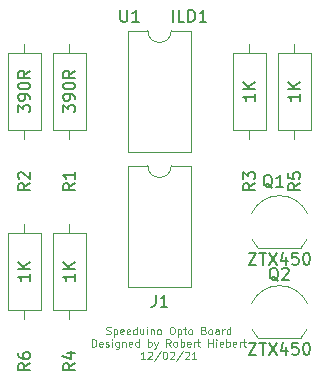
<source format=gbr>
%TF.GenerationSoftware,KiCad,Pcbnew,(5.1.6)-1*%
%TF.CreationDate,2021-12-03T10:29:43-08:00*%
%TF.ProjectId,Speeduino Dual Opto Board,53706565-6475-4696-9e6f-204475616c20,rev?*%
%TF.SameCoordinates,Original*%
%TF.FileFunction,Legend,Top*%
%TF.FilePolarity,Positive*%
%FSLAX46Y46*%
G04 Gerber Fmt 4.6, Leading zero omitted, Abs format (unit mm)*
G04 Created by KiCad (PCBNEW (5.1.6)-1) date 2021-12-03 10:29:43*
%MOMM*%
%LPD*%
G01*
G04 APERTURE LIST*
%ADD10C,0.101600*%
%ADD11C,0.120000*%
%ADD12C,0.150000*%
G04 APERTURE END LIST*
D10*
X154250571Y-92928923D02*
X154341285Y-92959161D01*
X154492476Y-92959161D01*
X154552952Y-92928923D01*
X154583190Y-92898685D01*
X154613428Y-92838209D01*
X154613428Y-92777733D01*
X154583190Y-92717257D01*
X154552952Y-92687019D01*
X154492476Y-92656780D01*
X154371523Y-92626542D01*
X154311047Y-92596304D01*
X154280809Y-92566066D01*
X154250571Y-92505590D01*
X154250571Y-92445114D01*
X154280809Y-92384638D01*
X154311047Y-92354400D01*
X154371523Y-92324161D01*
X154522714Y-92324161D01*
X154613428Y-92354400D01*
X154885571Y-92535828D02*
X154885571Y-93170828D01*
X154885571Y-92566066D02*
X154946047Y-92535828D01*
X155067000Y-92535828D01*
X155127476Y-92566066D01*
X155157714Y-92596304D01*
X155187952Y-92656780D01*
X155187952Y-92838209D01*
X155157714Y-92898685D01*
X155127476Y-92928923D01*
X155067000Y-92959161D01*
X154946047Y-92959161D01*
X154885571Y-92928923D01*
X155702000Y-92928923D02*
X155641523Y-92959161D01*
X155520571Y-92959161D01*
X155460095Y-92928923D01*
X155429857Y-92868447D01*
X155429857Y-92626542D01*
X155460095Y-92566066D01*
X155520571Y-92535828D01*
X155641523Y-92535828D01*
X155702000Y-92566066D01*
X155732238Y-92626542D01*
X155732238Y-92687019D01*
X155429857Y-92747495D01*
X156246285Y-92928923D02*
X156185809Y-92959161D01*
X156064857Y-92959161D01*
X156004380Y-92928923D01*
X155974142Y-92868447D01*
X155974142Y-92626542D01*
X156004380Y-92566066D01*
X156064857Y-92535828D01*
X156185809Y-92535828D01*
X156246285Y-92566066D01*
X156276523Y-92626542D01*
X156276523Y-92687019D01*
X155974142Y-92747495D01*
X156820809Y-92959161D02*
X156820809Y-92324161D01*
X156820809Y-92928923D02*
X156760333Y-92959161D01*
X156639380Y-92959161D01*
X156578904Y-92928923D01*
X156548666Y-92898685D01*
X156518428Y-92838209D01*
X156518428Y-92656780D01*
X156548666Y-92596304D01*
X156578904Y-92566066D01*
X156639380Y-92535828D01*
X156760333Y-92535828D01*
X156820809Y-92566066D01*
X157395333Y-92535828D02*
X157395333Y-92959161D01*
X157123190Y-92535828D02*
X157123190Y-92868447D01*
X157153428Y-92928923D01*
X157213904Y-92959161D01*
X157304619Y-92959161D01*
X157365095Y-92928923D01*
X157395333Y-92898685D01*
X157697714Y-92959161D02*
X157697714Y-92535828D01*
X157697714Y-92324161D02*
X157667476Y-92354400D01*
X157697714Y-92384638D01*
X157727952Y-92354400D01*
X157697714Y-92324161D01*
X157697714Y-92384638D01*
X158000095Y-92535828D02*
X158000095Y-92959161D01*
X158000095Y-92596304D02*
X158030333Y-92566066D01*
X158090809Y-92535828D01*
X158181523Y-92535828D01*
X158242000Y-92566066D01*
X158272238Y-92626542D01*
X158272238Y-92959161D01*
X158665333Y-92959161D02*
X158604857Y-92928923D01*
X158574619Y-92898685D01*
X158544380Y-92838209D01*
X158544380Y-92656780D01*
X158574619Y-92596304D01*
X158604857Y-92566066D01*
X158665333Y-92535828D01*
X158756047Y-92535828D01*
X158816523Y-92566066D01*
X158846761Y-92596304D01*
X158877000Y-92656780D01*
X158877000Y-92838209D01*
X158846761Y-92898685D01*
X158816523Y-92928923D01*
X158756047Y-92959161D01*
X158665333Y-92959161D01*
X159753904Y-92324161D02*
X159874857Y-92324161D01*
X159935333Y-92354400D01*
X159995809Y-92414876D01*
X160026047Y-92535828D01*
X160026047Y-92747495D01*
X159995809Y-92868447D01*
X159935333Y-92928923D01*
X159874857Y-92959161D01*
X159753904Y-92959161D01*
X159693428Y-92928923D01*
X159632952Y-92868447D01*
X159602714Y-92747495D01*
X159602714Y-92535828D01*
X159632952Y-92414876D01*
X159693428Y-92354400D01*
X159753904Y-92324161D01*
X160298190Y-92535828D02*
X160298190Y-93170828D01*
X160298190Y-92566066D02*
X160358666Y-92535828D01*
X160479619Y-92535828D01*
X160540095Y-92566066D01*
X160570333Y-92596304D01*
X160600571Y-92656780D01*
X160600571Y-92838209D01*
X160570333Y-92898685D01*
X160540095Y-92928923D01*
X160479619Y-92959161D01*
X160358666Y-92959161D01*
X160298190Y-92928923D01*
X160782000Y-92535828D02*
X161023904Y-92535828D01*
X160872714Y-92324161D02*
X160872714Y-92868447D01*
X160902952Y-92928923D01*
X160963428Y-92959161D01*
X161023904Y-92959161D01*
X161326285Y-92959161D02*
X161265809Y-92928923D01*
X161235571Y-92898685D01*
X161205333Y-92838209D01*
X161205333Y-92656780D01*
X161235571Y-92596304D01*
X161265809Y-92566066D01*
X161326285Y-92535828D01*
X161417000Y-92535828D01*
X161477476Y-92566066D01*
X161507714Y-92596304D01*
X161537952Y-92656780D01*
X161537952Y-92838209D01*
X161507714Y-92898685D01*
X161477476Y-92928923D01*
X161417000Y-92959161D01*
X161326285Y-92959161D01*
X162505571Y-92626542D02*
X162596285Y-92656780D01*
X162626523Y-92687019D01*
X162656761Y-92747495D01*
X162656761Y-92838209D01*
X162626523Y-92898685D01*
X162596285Y-92928923D01*
X162535809Y-92959161D01*
X162293904Y-92959161D01*
X162293904Y-92324161D01*
X162505571Y-92324161D01*
X162566047Y-92354400D01*
X162596285Y-92384638D01*
X162626523Y-92445114D01*
X162626523Y-92505590D01*
X162596285Y-92566066D01*
X162566047Y-92596304D01*
X162505571Y-92626542D01*
X162293904Y-92626542D01*
X163019619Y-92959161D02*
X162959142Y-92928923D01*
X162928904Y-92898685D01*
X162898666Y-92838209D01*
X162898666Y-92656780D01*
X162928904Y-92596304D01*
X162959142Y-92566066D01*
X163019619Y-92535828D01*
X163110333Y-92535828D01*
X163170809Y-92566066D01*
X163201047Y-92596304D01*
X163231285Y-92656780D01*
X163231285Y-92838209D01*
X163201047Y-92898685D01*
X163170809Y-92928923D01*
X163110333Y-92959161D01*
X163019619Y-92959161D01*
X163775571Y-92959161D02*
X163775571Y-92626542D01*
X163745333Y-92566066D01*
X163684857Y-92535828D01*
X163563904Y-92535828D01*
X163503428Y-92566066D01*
X163775571Y-92928923D02*
X163715095Y-92959161D01*
X163563904Y-92959161D01*
X163503428Y-92928923D01*
X163473190Y-92868447D01*
X163473190Y-92807971D01*
X163503428Y-92747495D01*
X163563904Y-92717257D01*
X163715095Y-92717257D01*
X163775571Y-92687019D01*
X164077952Y-92959161D02*
X164077952Y-92535828D01*
X164077952Y-92656780D02*
X164108190Y-92596304D01*
X164138428Y-92566066D01*
X164198904Y-92535828D01*
X164259380Y-92535828D01*
X164743190Y-92959161D02*
X164743190Y-92324161D01*
X164743190Y-92928923D02*
X164682714Y-92959161D01*
X164561761Y-92959161D01*
X164501285Y-92928923D01*
X164471047Y-92898685D01*
X164440809Y-92838209D01*
X164440809Y-92656780D01*
X164471047Y-92596304D01*
X164501285Y-92566066D01*
X164561761Y-92535828D01*
X164682714Y-92535828D01*
X164743190Y-92566066D01*
X153041047Y-94013261D02*
X153041047Y-93378261D01*
X153192238Y-93378261D01*
X153282952Y-93408500D01*
X153343428Y-93468976D01*
X153373666Y-93529452D01*
X153403904Y-93650404D01*
X153403904Y-93741119D01*
X153373666Y-93862071D01*
X153343428Y-93922547D01*
X153282952Y-93983023D01*
X153192238Y-94013261D01*
X153041047Y-94013261D01*
X153917952Y-93983023D02*
X153857476Y-94013261D01*
X153736523Y-94013261D01*
X153676047Y-93983023D01*
X153645809Y-93922547D01*
X153645809Y-93680642D01*
X153676047Y-93620166D01*
X153736523Y-93589928D01*
X153857476Y-93589928D01*
X153917952Y-93620166D01*
X153948190Y-93680642D01*
X153948190Y-93741119D01*
X153645809Y-93801595D01*
X154190095Y-93983023D02*
X154250571Y-94013261D01*
X154371523Y-94013261D01*
X154432000Y-93983023D01*
X154462238Y-93922547D01*
X154462238Y-93892309D01*
X154432000Y-93831833D01*
X154371523Y-93801595D01*
X154280809Y-93801595D01*
X154220333Y-93771357D01*
X154190095Y-93710880D01*
X154190095Y-93680642D01*
X154220333Y-93620166D01*
X154280809Y-93589928D01*
X154371523Y-93589928D01*
X154432000Y-93620166D01*
X154734380Y-94013261D02*
X154734380Y-93589928D01*
X154734380Y-93378261D02*
X154704142Y-93408500D01*
X154734380Y-93438738D01*
X154764619Y-93408500D01*
X154734380Y-93378261D01*
X154734380Y-93438738D01*
X155308904Y-93589928D02*
X155308904Y-94103976D01*
X155278666Y-94164452D01*
X155248428Y-94194690D01*
X155187952Y-94224928D01*
X155097238Y-94224928D01*
X155036761Y-94194690D01*
X155308904Y-93983023D02*
X155248428Y-94013261D01*
X155127476Y-94013261D01*
X155067000Y-93983023D01*
X155036761Y-93952785D01*
X155006523Y-93892309D01*
X155006523Y-93710880D01*
X155036761Y-93650404D01*
X155067000Y-93620166D01*
X155127476Y-93589928D01*
X155248428Y-93589928D01*
X155308904Y-93620166D01*
X155611285Y-93589928D02*
X155611285Y-94013261D01*
X155611285Y-93650404D02*
X155641523Y-93620166D01*
X155702000Y-93589928D01*
X155792714Y-93589928D01*
X155853190Y-93620166D01*
X155883428Y-93680642D01*
X155883428Y-94013261D01*
X156427714Y-93983023D02*
X156367238Y-94013261D01*
X156246285Y-94013261D01*
X156185809Y-93983023D01*
X156155571Y-93922547D01*
X156155571Y-93680642D01*
X156185809Y-93620166D01*
X156246285Y-93589928D01*
X156367238Y-93589928D01*
X156427714Y-93620166D01*
X156457952Y-93680642D01*
X156457952Y-93741119D01*
X156155571Y-93801595D01*
X157002238Y-94013261D02*
X157002238Y-93378261D01*
X157002238Y-93983023D02*
X156941761Y-94013261D01*
X156820809Y-94013261D01*
X156760333Y-93983023D01*
X156730095Y-93952785D01*
X156699857Y-93892309D01*
X156699857Y-93710880D01*
X156730095Y-93650404D01*
X156760333Y-93620166D01*
X156820809Y-93589928D01*
X156941761Y-93589928D01*
X157002238Y-93620166D01*
X157788428Y-94013261D02*
X157788428Y-93378261D01*
X157788428Y-93620166D02*
X157848904Y-93589928D01*
X157969857Y-93589928D01*
X158030333Y-93620166D01*
X158060571Y-93650404D01*
X158090809Y-93710880D01*
X158090809Y-93892309D01*
X158060571Y-93952785D01*
X158030333Y-93983023D01*
X157969857Y-94013261D01*
X157848904Y-94013261D01*
X157788428Y-93983023D01*
X158302476Y-93589928D02*
X158453666Y-94013261D01*
X158604857Y-93589928D02*
X158453666Y-94013261D01*
X158393190Y-94164452D01*
X158362952Y-94194690D01*
X158302476Y-94224928D01*
X159693428Y-94013261D02*
X159481761Y-93710880D01*
X159330571Y-94013261D02*
X159330571Y-93378261D01*
X159572476Y-93378261D01*
X159632952Y-93408500D01*
X159663190Y-93438738D01*
X159693428Y-93499214D01*
X159693428Y-93589928D01*
X159663190Y-93650404D01*
X159632952Y-93680642D01*
X159572476Y-93710880D01*
X159330571Y-93710880D01*
X160056285Y-94013261D02*
X159995809Y-93983023D01*
X159965571Y-93952785D01*
X159935333Y-93892309D01*
X159935333Y-93710880D01*
X159965571Y-93650404D01*
X159995809Y-93620166D01*
X160056285Y-93589928D01*
X160147000Y-93589928D01*
X160207476Y-93620166D01*
X160237714Y-93650404D01*
X160267952Y-93710880D01*
X160267952Y-93892309D01*
X160237714Y-93952785D01*
X160207476Y-93983023D01*
X160147000Y-94013261D01*
X160056285Y-94013261D01*
X160540095Y-94013261D02*
X160540095Y-93378261D01*
X160540095Y-93620166D02*
X160600571Y-93589928D01*
X160721523Y-93589928D01*
X160782000Y-93620166D01*
X160812238Y-93650404D01*
X160842476Y-93710880D01*
X160842476Y-93892309D01*
X160812238Y-93952785D01*
X160782000Y-93983023D01*
X160721523Y-94013261D01*
X160600571Y-94013261D01*
X160540095Y-93983023D01*
X161356523Y-93983023D02*
X161296047Y-94013261D01*
X161175095Y-94013261D01*
X161114619Y-93983023D01*
X161084380Y-93922547D01*
X161084380Y-93680642D01*
X161114619Y-93620166D01*
X161175095Y-93589928D01*
X161296047Y-93589928D01*
X161356523Y-93620166D01*
X161386761Y-93680642D01*
X161386761Y-93741119D01*
X161084380Y-93801595D01*
X161658904Y-94013261D02*
X161658904Y-93589928D01*
X161658904Y-93710880D02*
X161689142Y-93650404D01*
X161719380Y-93620166D01*
X161779857Y-93589928D01*
X161840333Y-93589928D01*
X161961285Y-93589928D02*
X162203190Y-93589928D01*
X162052000Y-93378261D02*
X162052000Y-93922547D01*
X162082238Y-93983023D01*
X162142714Y-94013261D01*
X162203190Y-94013261D01*
X162898666Y-94013261D02*
X162898666Y-93378261D01*
X162898666Y-93680642D02*
X163261523Y-93680642D01*
X163261523Y-94013261D02*
X163261523Y-93378261D01*
X163563904Y-94013261D02*
X163563904Y-93589928D01*
X163563904Y-93378261D02*
X163533666Y-93408500D01*
X163563904Y-93438738D01*
X163594142Y-93408500D01*
X163563904Y-93378261D01*
X163563904Y-93438738D01*
X164108190Y-93983023D02*
X164047714Y-94013261D01*
X163926761Y-94013261D01*
X163866285Y-93983023D01*
X163836047Y-93922547D01*
X163836047Y-93680642D01*
X163866285Y-93620166D01*
X163926761Y-93589928D01*
X164047714Y-93589928D01*
X164108190Y-93620166D01*
X164138428Y-93680642D01*
X164138428Y-93741119D01*
X163836047Y-93801595D01*
X164410571Y-94013261D02*
X164410571Y-93378261D01*
X164410571Y-93620166D02*
X164471047Y-93589928D01*
X164592000Y-93589928D01*
X164652476Y-93620166D01*
X164682714Y-93650404D01*
X164712952Y-93710880D01*
X164712952Y-93892309D01*
X164682714Y-93952785D01*
X164652476Y-93983023D01*
X164592000Y-94013261D01*
X164471047Y-94013261D01*
X164410571Y-93983023D01*
X165227000Y-93983023D02*
X165166523Y-94013261D01*
X165045571Y-94013261D01*
X164985095Y-93983023D01*
X164954857Y-93922547D01*
X164954857Y-93680642D01*
X164985095Y-93620166D01*
X165045571Y-93589928D01*
X165166523Y-93589928D01*
X165227000Y-93620166D01*
X165257238Y-93680642D01*
X165257238Y-93741119D01*
X164954857Y-93801595D01*
X165529380Y-94013261D02*
X165529380Y-93589928D01*
X165529380Y-93710880D02*
X165559619Y-93650404D01*
X165589857Y-93620166D01*
X165650333Y-93589928D01*
X165710809Y-93589928D01*
X165831761Y-93589928D02*
X166073666Y-93589928D01*
X165922476Y-93378261D02*
X165922476Y-93922547D01*
X165952714Y-93983023D01*
X166013190Y-94013261D01*
X166073666Y-94013261D01*
X157516285Y-95067361D02*
X157153428Y-95067361D01*
X157334857Y-95067361D02*
X157334857Y-94432361D01*
X157274380Y-94523076D01*
X157213904Y-94583552D01*
X157153428Y-94613790D01*
X157758190Y-94492838D02*
X157788428Y-94462600D01*
X157848904Y-94432361D01*
X158000095Y-94432361D01*
X158060571Y-94462600D01*
X158090809Y-94492838D01*
X158121047Y-94553314D01*
X158121047Y-94613790D01*
X158090809Y-94704504D01*
X157727952Y-95067361D01*
X158121047Y-95067361D01*
X158846761Y-94402123D02*
X158302476Y-95218552D01*
X159179380Y-94432361D02*
X159239857Y-94432361D01*
X159300333Y-94462600D01*
X159330571Y-94492838D01*
X159360809Y-94553314D01*
X159391047Y-94674266D01*
X159391047Y-94825457D01*
X159360809Y-94946409D01*
X159330571Y-95006885D01*
X159300333Y-95037123D01*
X159239857Y-95067361D01*
X159179380Y-95067361D01*
X159118904Y-95037123D01*
X159088666Y-95006885D01*
X159058428Y-94946409D01*
X159028190Y-94825457D01*
X159028190Y-94674266D01*
X159058428Y-94553314D01*
X159088666Y-94492838D01*
X159118904Y-94462600D01*
X159179380Y-94432361D01*
X159632952Y-94492838D02*
X159663190Y-94462600D01*
X159723666Y-94432361D01*
X159874857Y-94432361D01*
X159935333Y-94462600D01*
X159965571Y-94492838D01*
X159995809Y-94553314D01*
X159995809Y-94613790D01*
X159965571Y-94704504D01*
X159602714Y-95067361D01*
X159995809Y-95067361D01*
X160721523Y-94402123D02*
X160177238Y-95218552D01*
X160902952Y-94492838D02*
X160933190Y-94462600D01*
X160993666Y-94432361D01*
X161144857Y-94432361D01*
X161205333Y-94462600D01*
X161235571Y-94492838D01*
X161265809Y-94553314D01*
X161265809Y-94613790D01*
X161235571Y-94704504D01*
X160872714Y-95067361D01*
X161265809Y-95067361D01*
X161870571Y-95067361D02*
X161507714Y-95067361D01*
X161689142Y-95067361D02*
X161689142Y-94432361D01*
X161628666Y-94523076D01*
X161568190Y-94583552D01*
X161507714Y-94613790D01*
D11*
%TO.C,U1*%
X157750000Y-67250000D02*
X156100000Y-67250000D01*
X156100000Y-67250000D02*
X156100000Y-77530000D01*
X156100000Y-77530000D02*
X161400000Y-77530000D01*
X161400000Y-77530000D02*
X161400000Y-67250000D01*
X161400000Y-67250000D02*
X159750000Y-67250000D01*
X159750000Y-67250000D02*
G75*
G02*
X157750000Y-67250000I-1000000J0D01*
G01*
%TO.C,R6*%
X148690000Y-84360000D02*
X145950000Y-84360000D01*
X145950000Y-84360000D02*
X145950000Y-90900000D01*
X145950000Y-90900000D02*
X148690000Y-90900000D01*
X148690000Y-90900000D02*
X148690000Y-84360000D01*
X147320000Y-83590000D02*
X147320000Y-84360000D01*
X147320000Y-91670000D02*
X147320000Y-90900000D01*
%TO.C,R5*%
X171550000Y-69120000D02*
X168810000Y-69120000D01*
X168810000Y-69120000D02*
X168810000Y-75660000D01*
X168810000Y-75660000D02*
X171550000Y-75660000D01*
X171550000Y-75660000D02*
X171550000Y-69120000D01*
X170180000Y-68350000D02*
X170180000Y-69120000D01*
X170180000Y-76430000D02*
X170180000Y-75660000D01*
%TO.C,R4*%
X149760000Y-90900000D02*
X152500000Y-90900000D01*
X152500000Y-90900000D02*
X152500000Y-84360000D01*
X152500000Y-84360000D02*
X149760000Y-84360000D01*
X149760000Y-84360000D02*
X149760000Y-90900000D01*
X151130000Y-91670000D02*
X151130000Y-90900000D01*
X151130000Y-83590000D02*
X151130000Y-84360000D01*
%TO.C,R3*%
X165000000Y-75660000D02*
X167740000Y-75660000D01*
X167740000Y-75660000D02*
X167740000Y-69120000D01*
X167740000Y-69120000D02*
X165000000Y-69120000D01*
X165000000Y-69120000D02*
X165000000Y-75660000D01*
X166370000Y-76430000D02*
X166370000Y-75660000D01*
X166370000Y-68350000D02*
X166370000Y-69120000D01*
%TO.C,R2*%
X148690000Y-69120000D02*
X145950000Y-69120000D01*
X145950000Y-69120000D02*
X145950000Y-75660000D01*
X145950000Y-75660000D02*
X148690000Y-75660000D01*
X148690000Y-75660000D02*
X148690000Y-69120000D01*
X147320000Y-68350000D02*
X147320000Y-69120000D01*
X147320000Y-76430000D02*
X147320000Y-75660000D01*
%TO.C,R1*%
X149760000Y-75660000D02*
X152500000Y-75660000D01*
X152500000Y-75660000D02*
X152500000Y-69120000D01*
X152500000Y-69120000D02*
X149760000Y-69120000D01*
X149760000Y-69120000D02*
X149760000Y-75660000D01*
X151130000Y-76430000D02*
X151130000Y-75660000D01*
X151130000Y-68350000D02*
X151130000Y-69120000D01*
%TO.C,Q2*%
X167110000Y-93290000D02*
X170710000Y-93290000D01*
X171234184Y-92562795D02*
G75*
G02*
X170710000Y-93290000I-2324184J1122795D01*
G01*
X171266400Y-90341193D02*
G75*
G03*
X168910000Y-88840000I-2356400J-1098807D01*
G01*
X166553600Y-90341193D02*
G75*
G02*
X168910000Y-88840000I2356400J-1098807D01*
G01*
X166585816Y-92562795D02*
G75*
G03*
X167110000Y-93290000I2324184J1122795D01*
G01*
%TO.C,Q1*%
X167110000Y-85670000D02*
X170710000Y-85670000D01*
X171234184Y-84942795D02*
G75*
G02*
X170710000Y-85670000I-2324184J1122795D01*
G01*
X171266400Y-82721193D02*
G75*
G03*
X168910000Y-81220000I-2356400J-1098807D01*
G01*
X166553600Y-82721193D02*
G75*
G02*
X168910000Y-81220000I2356400J-1098807D01*
G01*
X166585816Y-84942795D02*
G75*
G03*
X167110000Y-85670000I2324184J1122795D01*
G01*
%TO.C,J1*%
X157750000Y-78680000D02*
X156100000Y-78680000D01*
X156100000Y-78680000D02*
X156100000Y-88960000D01*
X156100000Y-88960000D02*
X161400000Y-88960000D01*
X161400000Y-88960000D02*
X161400000Y-78680000D01*
X161400000Y-78680000D02*
X159750000Y-78680000D01*
X159750000Y-78680000D02*
G75*
G02*
X157750000Y-78680000I-1000000J0D01*
G01*
%TO.C,U1*%
D12*
X155448095Y-65492380D02*
X155448095Y-66301904D01*
X155495714Y-66397142D01*
X155543333Y-66444761D01*
X155638571Y-66492380D01*
X155829047Y-66492380D01*
X155924285Y-66444761D01*
X155971904Y-66397142D01*
X156019523Y-66301904D01*
X156019523Y-65492380D01*
X157019523Y-66492380D02*
X156448095Y-66492380D01*
X156733809Y-66492380D02*
X156733809Y-65492380D01*
X156638571Y-65635238D01*
X156543333Y-65730476D01*
X156448095Y-65778095D01*
X159909047Y-66492380D02*
X159909047Y-65492380D01*
X160861428Y-66492380D02*
X160385238Y-66492380D01*
X160385238Y-65492380D01*
X161194761Y-66492380D02*
X161194761Y-65492380D01*
X161432857Y-65492380D01*
X161575714Y-65540000D01*
X161670952Y-65635238D01*
X161718571Y-65730476D01*
X161766190Y-65920952D01*
X161766190Y-66063809D01*
X161718571Y-66254285D01*
X161670952Y-66349523D01*
X161575714Y-66444761D01*
X161432857Y-66492380D01*
X161194761Y-66492380D01*
X162718571Y-66492380D02*
X162147142Y-66492380D01*
X162432857Y-66492380D02*
X162432857Y-65492380D01*
X162337619Y-65635238D01*
X162242380Y-65730476D01*
X162147142Y-65778095D01*
%TO.C,R6*%
X147772380Y-95416666D02*
X147296190Y-95750000D01*
X147772380Y-95988095D02*
X146772380Y-95988095D01*
X146772380Y-95607142D01*
X146820000Y-95511904D01*
X146867619Y-95464285D01*
X146962857Y-95416666D01*
X147105714Y-95416666D01*
X147200952Y-95464285D01*
X147248571Y-95511904D01*
X147296190Y-95607142D01*
X147296190Y-95988095D01*
X146772380Y-94559523D02*
X146772380Y-94750000D01*
X146820000Y-94845238D01*
X146867619Y-94892857D01*
X147010476Y-94988095D01*
X147200952Y-95035714D01*
X147581904Y-95035714D01*
X147677142Y-94988095D01*
X147724761Y-94940476D01*
X147772380Y-94845238D01*
X147772380Y-94654761D01*
X147724761Y-94559523D01*
X147677142Y-94511904D01*
X147581904Y-94464285D01*
X147343809Y-94464285D01*
X147248571Y-94511904D01*
X147200952Y-94559523D01*
X147153333Y-94654761D01*
X147153333Y-94845238D01*
X147200952Y-94940476D01*
X147248571Y-94988095D01*
X147343809Y-95035714D01*
X147772380Y-87844285D02*
X147772380Y-88415714D01*
X147772380Y-88130000D02*
X146772380Y-88130000D01*
X146915238Y-88225238D01*
X147010476Y-88320476D01*
X147058095Y-88415714D01*
X147772380Y-87415714D02*
X146772380Y-87415714D01*
X147772380Y-86844285D02*
X147200952Y-87272857D01*
X146772380Y-86844285D02*
X147343809Y-87415714D01*
%TO.C,R5*%
X170632380Y-80176666D02*
X170156190Y-80510000D01*
X170632380Y-80748095D02*
X169632380Y-80748095D01*
X169632380Y-80367142D01*
X169680000Y-80271904D01*
X169727619Y-80224285D01*
X169822857Y-80176666D01*
X169965714Y-80176666D01*
X170060952Y-80224285D01*
X170108571Y-80271904D01*
X170156190Y-80367142D01*
X170156190Y-80748095D01*
X169632380Y-79271904D02*
X169632380Y-79748095D01*
X170108571Y-79795714D01*
X170060952Y-79748095D01*
X170013333Y-79652857D01*
X170013333Y-79414761D01*
X170060952Y-79319523D01*
X170108571Y-79271904D01*
X170203809Y-79224285D01*
X170441904Y-79224285D01*
X170537142Y-79271904D01*
X170584761Y-79319523D01*
X170632380Y-79414761D01*
X170632380Y-79652857D01*
X170584761Y-79748095D01*
X170537142Y-79795714D01*
X166822380Y-72604285D02*
X166822380Y-73175714D01*
X166822380Y-72890000D02*
X165822380Y-72890000D01*
X165965238Y-72985238D01*
X166060476Y-73080476D01*
X166108095Y-73175714D01*
X166822380Y-72175714D02*
X165822380Y-72175714D01*
X166822380Y-71604285D02*
X166250952Y-72032857D01*
X165822380Y-71604285D02*
X166393809Y-72175714D01*
%TO.C,R4*%
X151582380Y-95416666D02*
X151106190Y-95750000D01*
X151582380Y-95988095D02*
X150582380Y-95988095D01*
X150582380Y-95607142D01*
X150630000Y-95511904D01*
X150677619Y-95464285D01*
X150772857Y-95416666D01*
X150915714Y-95416666D01*
X151010952Y-95464285D01*
X151058571Y-95511904D01*
X151106190Y-95607142D01*
X151106190Y-95988095D01*
X150915714Y-94559523D02*
X151582380Y-94559523D01*
X150534761Y-94797619D02*
X151249047Y-95035714D01*
X151249047Y-94416666D01*
X151582380Y-87844285D02*
X151582380Y-88415714D01*
X151582380Y-88130000D02*
X150582380Y-88130000D01*
X150725238Y-88225238D01*
X150820476Y-88320476D01*
X150868095Y-88415714D01*
X151582380Y-87415714D02*
X150582380Y-87415714D01*
X151582380Y-86844285D02*
X151010952Y-87272857D01*
X150582380Y-86844285D02*
X151153809Y-87415714D01*
%TO.C,R3*%
X166822380Y-80176666D02*
X166346190Y-80510000D01*
X166822380Y-80748095D02*
X165822380Y-80748095D01*
X165822380Y-80367142D01*
X165870000Y-80271904D01*
X165917619Y-80224285D01*
X166012857Y-80176666D01*
X166155714Y-80176666D01*
X166250952Y-80224285D01*
X166298571Y-80271904D01*
X166346190Y-80367142D01*
X166346190Y-80748095D01*
X165822380Y-79843333D02*
X165822380Y-79224285D01*
X166203333Y-79557619D01*
X166203333Y-79414761D01*
X166250952Y-79319523D01*
X166298571Y-79271904D01*
X166393809Y-79224285D01*
X166631904Y-79224285D01*
X166727142Y-79271904D01*
X166774761Y-79319523D01*
X166822380Y-79414761D01*
X166822380Y-79700476D01*
X166774761Y-79795714D01*
X166727142Y-79843333D01*
X170632380Y-72604285D02*
X170632380Y-73175714D01*
X170632380Y-72890000D02*
X169632380Y-72890000D01*
X169775238Y-72985238D01*
X169870476Y-73080476D01*
X169918095Y-73175714D01*
X170632380Y-72175714D02*
X169632380Y-72175714D01*
X170632380Y-71604285D02*
X170060952Y-72032857D01*
X169632380Y-71604285D02*
X170203809Y-72175714D01*
%TO.C,R2*%
X147772380Y-80176666D02*
X147296190Y-80510000D01*
X147772380Y-80748095D02*
X146772380Y-80748095D01*
X146772380Y-80367142D01*
X146820000Y-80271904D01*
X146867619Y-80224285D01*
X146962857Y-80176666D01*
X147105714Y-80176666D01*
X147200952Y-80224285D01*
X147248571Y-80271904D01*
X147296190Y-80367142D01*
X147296190Y-80748095D01*
X146867619Y-79795714D02*
X146820000Y-79748095D01*
X146772380Y-79652857D01*
X146772380Y-79414761D01*
X146820000Y-79319523D01*
X146867619Y-79271904D01*
X146962857Y-79224285D01*
X147058095Y-79224285D01*
X147200952Y-79271904D01*
X147772380Y-79843333D01*
X147772380Y-79224285D01*
X146772380Y-74175714D02*
X146772380Y-73556666D01*
X147153333Y-73890000D01*
X147153333Y-73747142D01*
X147200952Y-73651904D01*
X147248571Y-73604285D01*
X147343809Y-73556666D01*
X147581904Y-73556666D01*
X147677142Y-73604285D01*
X147724761Y-73651904D01*
X147772380Y-73747142D01*
X147772380Y-74032857D01*
X147724761Y-74128095D01*
X147677142Y-74175714D01*
X147772380Y-73080476D02*
X147772380Y-72890000D01*
X147724761Y-72794761D01*
X147677142Y-72747142D01*
X147534285Y-72651904D01*
X147343809Y-72604285D01*
X146962857Y-72604285D01*
X146867619Y-72651904D01*
X146820000Y-72699523D01*
X146772380Y-72794761D01*
X146772380Y-72985238D01*
X146820000Y-73080476D01*
X146867619Y-73128095D01*
X146962857Y-73175714D01*
X147200952Y-73175714D01*
X147296190Y-73128095D01*
X147343809Y-73080476D01*
X147391428Y-72985238D01*
X147391428Y-72794761D01*
X147343809Y-72699523D01*
X147296190Y-72651904D01*
X147200952Y-72604285D01*
X146772380Y-71985238D02*
X146772380Y-71890000D01*
X146820000Y-71794761D01*
X146867619Y-71747142D01*
X146962857Y-71699523D01*
X147153333Y-71651904D01*
X147391428Y-71651904D01*
X147581904Y-71699523D01*
X147677142Y-71747142D01*
X147724761Y-71794761D01*
X147772380Y-71890000D01*
X147772380Y-71985238D01*
X147724761Y-72080476D01*
X147677142Y-72128095D01*
X147581904Y-72175714D01*
X147391428Y-72223333D01*
X147153333Y-72223333D01*
X146962857Y-72175714D01*
X146867619Y-72128095D01*
X146820000Y-72080476D01*
X146772380Y-71985238D01*
X147772380Y-70651904D02*
X147296190Y-70985238D01*
X147772380Y-71223333D02*
X146772380Y-71223333D01*
X146772380Y-70842380D01*
X146820000Y-70747142D01*
X146867619Y-70699523D01*
X146962857Y-70651904D01*
X147105714Y-70651904D01*
X147200952Y-70699523D01*
X147248571Y-70747142D01*
X147296190Y-70842380D01*
X147296190Y-71223333D01*
%TO.C,R1*%
X151582380Y-80176666D02*
X151106190Y-80510000D01*
X151582380Y-80748095D02*
X150582380Y-80748095D01*
X150582380Y-80367142D01*
X150630000Y-80271904D01*
X150677619Y-80224285D01*
X150772857Y-80176666D01*
X150915714Y-80176666D01*
X151010952Y-80224285D01*
X151058571Y-80271904D01*
X151106190Y-80367142D01*
X151106190Y-80748095D01*
X151582380Y-79224285D02*
X151582380Y-79795714D01*
X151582380Y-79510000D02*
X150582380Y-79510000D01*
X150725238Y-79605238D01*
X150820476Y-79700476D01*
X150868095Y-79795714D01*
X150582380Y-74175714D02*
X150582380Y-73556666D01*
X150963333Y-73890000D01*
X150963333Y-73747142D01*
X151010952Y-73651904D01*
X151058571Y-73604285D01*
X151153809Y-73556666D01*
X151391904Y-73556666D01*
X151487142Y-73604285D01*
X151534761Y-73651904D01*
X151582380Y-73747142D01*
X151582380Y-74032857D01*
X151534761Y-74128095D01*
X151487142Y-74175714D01*
X151582380Y-73080476D02*
X151582380Y-72890000D01*
X151534761Y-72794761D01*
X151487142Y-72747142D01*
X151344285Y-72651904D01*
X151153809Y-72604285D01*
X150772857Y-72604285D01*
X150677619Y-72651904D01*
X150630000Y-72699523D01*
X150582380Y-72794761D01*
X150582380Y-72985238D01*
X150630000Y-73080476D01*
X150677619Y-73128095D01*
X150772857Y-73175714D01*
X151010952Y-73175714D01*
X151106190Y-73128095D01*
X151153809Y-73080476D01*
X151201428Y-72985238D01*
X151201428Y-72794761D01*
X151153809Y-72699523D01*
X151106190Y-72651904D01*
X151010952Y-72604285D01*
X150582380Y-71985238D02*
X150582380Y-71890000D01*
X150630000Y-71794761D01*
X150677619Y-71747142D01*
X150772857Y-71699523D01*
X150963333Y-71651904D01*
X151201428Y-71651904D01*
X151391904Y-71699523D01*
X151487142Y-71747142D01*
X151534761Y-71794761D01*
X151582380Y-71890000D01*
X151582380Y-71985238D01*
X151534761Y-72080476D01*
X151487142Y-72128095D01*
X151391904Y-72175714D01*
X151201428Y-72223333D01*
X150963333Y-72223333D01*
X150772857Y-72175714D01*
X150677619Y-72128095D01*
X150630000Y-72080476D01*
X150582380Y-71985238D01*
X151582380Y-70651904D02*
X151106190Y-70985238D01*
X151582380Y-71223333D02*
X150582380Y-71223333D01*
X150582380Y-70842380D01*
X150630000Y-70747142D01*
X150677619Y-70699523D01*
X150772857Y-70651904D01*
X150915714Y-70651904D01*
X151010952Y-70699523D01*
X151058571Y-70747142D01*
X151106190Y-70842380D01*
X151106190Y-71223333D01*
%TO.C,Q2*%
X168814761Y-88427619D02*
X168719523Y-88380000D01*
X168624285Y-88284761D01*
X168481428Y-88141904D01*
X168386190Y-88094285D01*
X168290952Y-88094285D01*
X168338571Y-88332380D02*
X168243333Y-88284761D01*
X168148095Y-88189523D01*
X168100476Y-87999047D01*
X168100476Y-87665714D01*
X168148095Y-87475238D01*
X168243333Y-87380000D01*
X168338571Y-87332380D01*
X168529047Y-87332380D01*
X168624285Y-87380000D01*
X168719523Y-87475238D01*
X168767142Y-87665714D01*
X168767142Y-87999047D01*
X168719523Y-88189523D01*
X168624285Y-88284761D01*
X168529047Y-88332380D01*
X168338571Y-88332380D01*
X169148095Y-87427619D02*
X169195714Y-87380000D01*
X169290952Y-87332380D01*
X169529047Y-87332380D01*
X169624285Y-87380000D01*
X169671904Y-87427619D01*
X169719523Y-87522857D01*
X169719523Y-87618095D01*
X169671904Y-87760952D01*
X169100476Y-88332380D01*
X169719523Y-88332380D01*
X166290952Y-93682380D02*
X166957619Y-93682380D01*
X166290952Y-94682380D01*
X166957619Y-94682380D01*
X167195714Y-93682380D02*
X167767142Y-93682380D01*
X167481428Y-94682380D02*
X167481428Y-93682380D01*
X168005238Y-93682380D02*
X168671904Y-94682380D01*
X168671904Y-93682380D02*
X168005238Y-94682380D01*
X169481428Y-94015714D02*
X169481428Y-94682380D01*
X169243333Y-93634761D02*
X169005238Y-94349047D01*
X169624285Y-94349047D01*
X170481428Y-93682380D02*
X170005238Y-93682380D01*
X169957619Y-94158571D01*
X170005238Y-94110952D01*
X170100476Y-94063333D01*
X170338571Y-94063333D01*
X170433809Y-94110952D01*
X170481428Y-94158571D01*
X170529047Y-94253809D01*
X170529047Y-94491904D01*
X170481428Y-94587142D01*
X170433809Y-94634761D01*
X170338571Y-94682380D01*
X170100476Y-94682380D01*
X170005238Y-94634761D01*
X169957619Y-94587142D01*
X171148095Y-93682380D02*
X171243333Y-93682380D01*
X171338571Y-93730000D01*
X171386190Y-93777619D01*
X171433809Y-93872857D01*
X171481428Y-94063333D01*
X171481428Y-94301428D01*
X171433809Y-94491904D01*
X171386190Y-94587142D01*
X171338571Y-94634761D01*
X171243333Y-94682380D01*
X171148095Y-94682380D01*
X171052857Y-94634761D01*
X171005238Y-94587142D01*
X170957619Y-94491904D01*
X170910000Y-94301428D01*
X170910000Y-94063333D01*
X170957619Y-93872857D01*
X171005238Y-93777619D01*
X171052857Y-93730000D01*
X171148095Y-93682380D01*
%TO.C,Q1*%
X168306761Y-80557619D02*
X168211523Y-80510000D01*
X168116285Y-80414761D01*
X167973428Y-80271904D01*
X167878190Y-80224285D01*
X167782952Y-80224285D01*
X167830571Y-80462380D02*
X167735333Y-80414761D01*
X167640095Y-80319523D01*
X167592476Y-80129047D01*
X167592476Y-79795714D01*
X167640095Y-79605238D01*
X167735333Y-79510000D01*
X167830571Y-79462380D01*
X168021047Y-79462380D01*
X168116285Y-79510000D01*
X168211523Y-79605238D01*
X168259142Y-79795714D01*
X168259142Y-80129047D01*
X168211523Y-80319523D01*
X168116285Y-80414761D01*
X168021047Y-80462380D01*
X167830571Y-80462380D01*
X169211523Y-80462380D02*
X168640095Y-80462380D01*
X168925809Y-80462380D02*
X168925809Y-79462380D01*
X168830571Y-79605238D01*
X168735333Y-79700476D01*
X168640095Y-79748095D01*
X166290952Y-86062380D02*
X166957619Y-86062380D01*
X166290952Y-87062380D01*
X166957619Y-87062380D01*
X167195714Y-86062380D02*
X167767142Y-86062380D01*
X167481428Y-87062380D02*
X167481428Y-86062380D01*
X168005238Y-86062380D02*
X168671904Y-87062380D01*
X168671904Y-86062380D02*
X168005238Y-87062380D01*
X169481428Y-86395714D02*
X169481428Y-87062380D01*
X169243333Y-86014761D02*
X169005238Y-86729047D01*
X169624285Y-86729047D01*
X170481428Y-86062380D02*
X170005238Y-86062380D01*
X169957619Y-86538571D01*
X170005238Y-86490952D01*
X170100476Y-86443333D01*
X170338571Y-86443333D01*
X170433809Y-86490952D01*
X170481428Y-86538571D01*
X170529047Y-86633809D01*
X170529047Y-86871904D01*
X170481428Y-86967142D01*
X170433809Y-87014761D01*
X170338571Y-87062380D01*
X170100476Y-87062380D01*
X170005238Y-87014761D01*
X169957619Y-86967142D01*
X171148095Y-86062380D02*
X171243333Y-86062380D01*
X171338571Y-86110000D01*
X171386190Y-86157619D01*
X171433809Y-86252857D01*
X171481428Y-86443333D01*
X171481428Y-86681428D01*
X171433809Y-86871904D01*
X171386190Y-86967142D01*
X171338571Y-87014761D01*
X171243333Y-87062380D01*
X171148095Y-87062380D01*
X171052857Y-87014761D01*
X171005238Y-86967142D01*
X170957619Y-86871904D01*
X170910000Y-86681428D01*
X170910000Y-86443333D01*
X170957619Y-86252857D01*
X171005238Y-86157619D01*
X171052857Y-86110000D01*
X171148095Y-86062380D01*
%TO.C,J1*%
X158416666Y-89622380D02*
X158416666Y-90336666D01*
X158369047Y-90479523D01*
X158273809Y-90574761D01*
X158130952Y-90622380D01*
X158035714Y-90622380D01*
X159416666Y-90622380D02*
X158845238Y-90622380D01*
X159130952Y-90622380D02*
X159130952Y-89622380D01*
X159035714Y-89765238D01*
X158940476Y-89860476D01*
X158845238Y-89908095D01*
%TD*%
M02*

</source>
